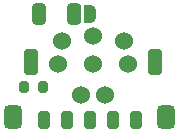
<source format=gbr>
%TF.GenerationSoftware,KiCad,Pcbnew,(6.0.1-0)*%
%TF.CreationDate,2022-07-02T14:58:07-04:00*%
%TF.ProjectId,Saturn 8pin mini DIN mod,53617475-726e-4203-9870-696e206d696e,rev?*%
%TF.SameCoordinates,Original*%
%TF.FileFunction,Soldermask,Top*%
%TF.FilePolarity,Negative*%
%FSLAX46Y46*%
G04 Gerber Fmt 4.6, Leading zero omitted, Abs format (unit mm)*
G04 Created by KiCad (PCBNEW (6.0.1-0)) date 2022-07-02 14:58:07*
%MOMM*%
%LPD*%
G01*
G04 APERTURE LIST*
G04 Aperture macros list*
%AMRoundRect*
0 Rectangle with rounded corners*
0 $1 Rounding radius*
0 $2 $3 $4 $5 $6 $7 $8 $9 X,Y pos of 4 corners*
0 Add a 4 corners polygon primitive as box body*
4,1,4,$2,$3,$4,$5,$6,$7,$8,$9,$2,$3,0*
0 Add four circle primitives for the rounded corners*
1,1,$1+$1,$2,$3*
1,1,$1+$1,$4,$5*
1,1,$1+$1,$6,$7*
1,1,$1+$1,$8,$9*
0 Add four rect primitives between the rounded corners*
20,1,$1+$1,$2,$3,$4,$5,0*
20,1,$1+$1,$4,$5,$6,$7,0*
20,1,$1+$1,$6,$7,$8,$9,0*
20,1,$1+$1,$8,$9,$2,$3,0*%
%AMFreePoly0*
4,1,22,0.500000,-0.750000,0.000000,-0.750000,0.000000,-0.745033,-0.079941,-0.743568,-0.215256,-0.701293,-0.333266,-0.622738,-0.424486,-0.514219,-0.481581,-0.384460,-0.499164,-0.250000,-0.500000,-0.250000,-0.500000,0.250000,-0.499164,0.250000,-0.499963,0.256109,-0.478152,0.396186,-0.417904,0.524511,-0.324060,0.630769,-0.204165,0.706417,-0.067858,0.745374,0.000000,0.744959,0.000000,0.750000,
0.500000,0.750000,0.500000,-0.750000,0.500000,-0.750000,$1*%
%AMFreePoly1*
4,1,20,0.000000,0.744959,0.073905,0.744508,0.209726,0.703889,0.328688,0.626782,0.421226,0.519385,0.479903,0.390333,0.500000,0.250000,0.500000,-0.250000,0.499851,-0.262216,0.476331,-0.402017,0.414519,-0.529596,0.319384,-0.634700,0.198574,-0.708877,0.061801,-0.746166,0.000000,-0.745033,0.000000,-0.750000,-0.500000,-0.750000,-0.500000,0.750000,0.000000,0.750000,0.000000,0.744959,
0.000000,0.744959,$1*%
G04 Aperture macros list end*
%ADD10RoundRect,0.250000X-0.250000X-0.500000X0.250000X-0.500000X0.250000X0.500000X-0.250000X0.500000X0*%
%ADD11RoundRect,0.375000X-0.375000X-0.625000X0.375000X-0.625000X0.375000X0.625000X-0.375000X0.625000X0*%
%ADD12C,1.524000*%
%ADD13RoundRect,0.300000X-0.300000X-0.800000X0.300000X-0.800000X0.300000X0.800000X-0.300000X0.800000X0*%
%ADD14RoundRect,0.250000X-0.325000X-0.650000X0.325000X-0.650000X0.325000X0.650000X-0.325000X0.650000X0*%
%ADD15RoundRect,0.200000X0.200000X0.275000X-0.200000X0.275000X-0.200000X-0.275000X0.200000X-0.275000X0*%
%ADD16FreePoly0,180.000000*%
%ADD17FreePoly1,180.000000*%
G04 APERTURE END LIST*
D10*
%TO.C,P1*%
X146180000Y-112250000D03*
X148130000Y-112250000D03*
X144230000Y-112250000D03*
X150080000Y-112250000D03*
X152030000Y-112250000D03*
D11*
X154530000Y-112010000D03*
X141620000Y-112000000D03*
%TD*%
D12*
%TO.C,P2*%
X147390000Y-110150000D03*
X149390000Y-110150000D03*
X145410000Y-107480000D03*
X148390000Y-107480000D03*
D13*
X153620000Y-107350000D03*
X143150000Y-107350000D03*
D12*
X151360000Y-107480000D03*
X145800000Y-105580000D03*
X148390000Y-105140000D03*
X150970000Y-105580000D03*
%TD*%
D14*
%TO.C,C1*%
X143845000Y-103290000D03*
X146795000Y-103290000D03*
%TD*%
D15*
%TO.C,R1*%
X144190000Y-109460000D03*
X142540000Y-109460000D03*
%TD*%
D16*
%TO.C,JP1*%
X148140000Y-103280000D03*
D17*
X146840000Y-103280000D03*
%TD*%
M02*

</source>
